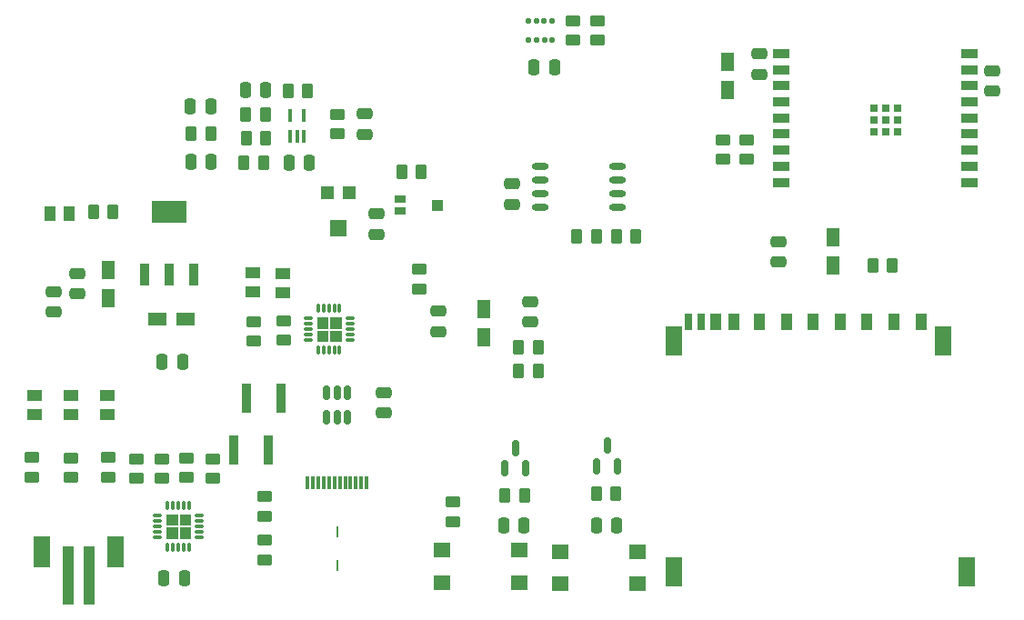
<source format=gtp>
%TF.GenerationSoftware,KiCad,Pcbnew,9.0.4*%
%TF.CreationDate,2025-12-28T12:05:50+05:30*%
%TF.ProjectId,ESP-32 C3 demo project004,4553502d-3332-4204-9333-2064656d6f20,rev?*%
%TF.SameCoordinates,Original*%
%TF.FileFunction,Paste,Top*%
%TF.FilePolarity,Positive*%
%FSLAX45Y45*%
G04 Gerber Fmt 4.5, Leading zero omitted, Abs format (unit mm)*
G04 Created by KiCad (PCBNEW 9.0.4) date 2025-12-28 12:05:50*
%MOMM*%
%LPD*%
G01*
G04 APERTURE LIST*
G04 Aperture macros list*
%AMRoundRect*
0 Rectangle with rounded corners*
0 $1 Rounding radius*
0 $2 $3 $4 $5 $6 $7 $8 $9 X,Y pos of 4 corners*
0 Add a 4 corners polygon primitive as box body*
4,1,4,$2,$3,$4,$5,$6,$7,$8,$9,$2,$3,0*
0 Add four circle primitives for the rounded corners*
1,1,$1+$1,$2,$3*
1,1,$1+$1,$4,$5*
1,1,$1+$1,$6,$7*
1,1,$1+$1,$8,$9*
0 Add four rect primitives between the rounded corners*
20,1,$1+$1,$2,$3,$4,$5,0*
20,1,$1+$1,$4,$5,$6,$7,0*
20,1,$1+$1,$6,$7,$8,$9,0*
20,1,$1+$1,$8,$9,$2,$3,0*%
G04 Aperture macros list end*
%ADD10C,0.010000*%
%ADD11RoundRect,0.250000X-0.450000X0.262500X-0.450000X-0.262500X0.450000X-0.262500X0.450000X0.262500X0*%
%ADD12RoundRect,0.250000X-0.262500X-0.450000X0.262500X-0.450000X0.262500X0.450000X-0.262500X0.450000X0*%
%ADD13R,1.230000X1.800000*%
%ADD14RoundRect,0.250000X0.450000X-0.262500X0.450000X0.262500X-0.450000X0.262500X-0.450000X-0.262500X0*%
%ADD15RoundRect,0.250000X0.262500X0.450000X-0.262500X0.450000X-0.262500X-0.450000X0.262500X-0.450000X0*%
%ADD16RoundRect,0.150000X0.150000X-0.587500X0.150000X0.587500X-0.150000X0.587500X-0.150000X-0.587500X0*%
%ADD17O,1.600000X0.600000*%
%ADD18RoundRect,0.250000X-0.475000X0.250000X-0.475000X-0.250000X0.475000X-0.250000X0.475000X0.250000X0*%
%ADD19R,1.400000X1.000000*%
%ADD20RoundRect,0.250000X0.475000X-0.250000X0.475000X0.250000X-0.475000X0.250000X-0.475000X-0.250000X0*%
%ADD21RoundRect,0.100000X0.100000X-0.495000X0.100000X0.495000X-0.100000X0.495000X-0.100000X-0.495000X0*%
%ADD22RoundRect,0.250000X-0.250000X-0.475000X0.250000X-0.475000X0.250000X0.475000X-0.250000X0.475000X0*%
%ADD23R,1.000000X1.400000*%
%ADD24RoundRect,0.065000X0.065000X-0.355000X0.065000X0.355000X-0.065000X0.355000X-0.065000X-0.355000X0*%
%ADD25RoundRect,0.065000X0.355000X-0.065000X0.355000X0.065000X-0.355000X0.065000X-0.355000X-0.065000X0*%
%ADD26RoundRect,0.150000X-0.150000X0.512500X-0.150000X-0.512500X0.150000X-0.512500X0.150000X0.512500X0*%
%ADD27RoundRect,0.250000X0.250000X0.475000X-0.250000X0.475000X-0.250000X-0.475000X0.250000X-0.475000X0*%
%ADD28R,1.000000X5.500000*%
%ADD29R,1.600000X3.000000*%
%ADD30R,1.600000X1.400000*%
%ADD31R,1.800000X1.230000*%
%ADD32R,1.100000X0.800000*%
%ADD33R,1.100000X1.000000*%
%ADD34RoundRect,0.065000X0.355000X0.065000X-0.355000X0.065000X-0.355000X-0.065000X0.355000X-0.065000X0*%
%ADD35RoundRect,0.065000X0.065000X0.355000X-0.065000X0.355000X-0.065000X-0.355000X0.065000X-0.355000X0*%
%ADD36R,0.910000X2.810000*%
%ADD37RoundRect,0.056250X0.168750X-0.188750X0.168750X0.188750X-0.168750X0.188750X-0.168750X-0.188750X0*%
%ADD38R,1.200000X1.200000*%
%ADD39R,1.600000X1.500000*%
%ADD40R,0.950000X2.150000*%
%ADD41R,3.250000X2.150000*%
%ADD42R,0.300000X1.200000*%
%ADD43R,0.200000X1.000000*%
%ADD44R,1.500000X0.900000*%
%ADD45R,0.700000X0.700000*%
%ADD46R,1.000000X1.500000*%
%ADD47R,0.700000X1.500000*%
%ADD48R,1.500000X2.800000*%
G04 APERTURE END LIST*
D10*
%TO.C,U4*%
X17081200Y-7443800D02*
X16985200Y-7443800D01*
X16985200Y-7347800D01*
X17081200Y-7347800D01*
X17081200Y-7443800D01*
G36*
X17081200Y-7443800D02*
G01*
X16985200Y-7443800D01*
X16985200Y-7347800D01*
X17081200Y-7347800D01*
X17081200Y-7443800D01*
G37*
X17081200Y-7565800D02*
X16985200Y-7565800D01*
X16985200Y-7469800D01*
X17081200Y-7469800D01*
X17081200Y-7565800D01*
G36*
X17081200Y-7565800D02*
G01*
X16985200Y-7565800D01*
X16985200Y-7469800D01*
X17081200Y-7469800D01*
X17081200Y-7565800D01*
G37*
X17203200Y-7443800D02*
X17107200Y-7443800D01*
X17107200Y-7347800D01*
X17203200Y-7347800D01*
X17203200Y-7443800D01*
G36*
X17203200Y-7443800D02*
G01*
X17107200Y-7443800D01*
X17107200Y-7347800D01*
X17203200Y-7347800D01*
X17203200Y-7443800D01*
G37*
X17203200Y-7565800D02*
X17107200Y-7565800D01*
X17107200Y-7469800D01*
X17203200Y-7469800D01*
X17203200Y-7565800D01*
G36*
X17203200Y-7565800D02*
G01*
X17107200Y-7565800D01*
X17107200Y-7469800D01*
X17203200Y-7469800D01*
X17203200Y-7565800D01*
G37*
%TO.C,U1*%
X15681000Y-9279000D02*
X15585000Y-9279000D01*
X15585000Y-9183000D01*
X15681000Y-9183000D01*
X15681000Y-9279000D01*
G36*
X15681000Y-9279000D02*
G01*
X15585000Y-9279000D01*
X15585000Y-9183000D01*
X15681000Y-9183000D01*
X15681000Y-9279000D01*
G37*
X15681000Y-9401000D02*
X15585000Y-9401000D01*
X15585000Y-9305000D01*
X15681000Y-9305000D01*
X15681000Y-9401000D01*
G36*
X15681000Y-9401000D02*
G01*
X15585000Y-9401000D01*
X15585000Y-9305000D01*
X15681000Y-9305000D01*
X15681000Y-9401000D01*
G37*
X15803000Y-9279000D02*
X15707000Y-9279000D01*
X15707000Y-9183000D01*
X15803000Y-9183000D01*
X15803000Y-9279000D01*
G36*
X15803000Y-9279000D02*
G01*
X15707000Y-9279000D01*
X15707000Y-9183000D01*
X15803000Y-9183000D01*
X15803000Y-9279000D01*
G37*
X15803000Y-9401000D02*
X15707000Y-9401000D01*
X15707000Y-9305000D01*
X15803000Y-9305000D01*
X15803000Y-9401000D01*
G36*
X15803000Y-9401000D02*
G01*
X15707000Y-9401000D01*
X15707000Y-9305000D01*
X15803000Y-9305000D01*
X15803000Y-9401000D01*
G37*
%TD*%
D11*
%TO.C,R3*%
X16497300Y-9421050D03*
X16497300Y-9603550D03*
%TD*%
D12*
%TO.C,R34*%
X19584150Y-8986700D03*
X19766650Y-8986700D03*
%TD*%
D13*
%TO.C,C4*%
X15040000Y-6910000D03*
X15040000Y-7172000D03*
%TD*%
D14*
%TO.C,R24*%
X19367500Y-4764850D03*
X19367500Y-4582350D03*
%TD*%
D15*
%TO.C,R16*%
X19954050Y-6591300D03*
X19771550Y-6591300D03*
%TD*%
D16*
%TO.C,Q2*%
X18734400Y-8751450D03*
X18924400Y-8751450D03*
X18829400Y-8563950D03*
%TD*%
D15*
%TO.C,R29*%
X16508250Y-5681000D03*
X16325750Y-5681000D03*
%TD*%
D17*
%TO.C,U6*%
X19058300Y-5943600D03*
X19058300Y-6070600D03*
X19058300Y-6197600D03*
X19058300Y-6324600D03*
X19778300Y-6324600D03*
X19778300Y-6197600D03*
X19778300Y-6070600D03*
X19778300Y-5943600D03*
%TD*%
D14*
%TO.C,R14*%
X16677000Y-7559350D03*
X16677000Y-7376850D03*
%TD*%
D18*
%TO.C,C23*%
X14528800Y-7105900D03*
X14528800Y-7295900D03*
%TD*%
%TO.C,C24*%
X17538700Y-6382000D03*
X17538700Y-6572000D03*
%TD*%
D19*
%TO.C,LED2*%
X14692000Y-8252000D03*
X14692000Y-8072000D03*
%TD*%
D12*
%TO.C,R12*%
X18860750Y-7846500D03*
X19043250Y-7846500D03*
%TD*%
D19*
%TO.C,LED1*%
X14357000Y-8252000D03*
X14357000Y-8072000D03*
%TD*%
D12*
%TO.C,R23*%
X17771750Y-5993000D03*
X17954250Y-5993000D03*
%TD*%
D13*
%TO.C,C7*%
X20806000Y-4969050D03*
X20806000Y-5231050D03*
%TD*%
%TO.C,C12*%
X21790000Y-6865050D03*
X21790000Y-6603050D03*
%TD*%
D20*
%TO.C,C13*%
X21283000Y-6832050D03*
X21283000Y-6642050D03*
%TD*%
D19*
%TO.C,LED6*%
X16383000Y-7113100D03*
X16383000Y-6933100D03*
%TD*%
D20*
%TO.C,C20*%
X17427000Y-5643000D03*
X17427000Y-5453000D03*
%TD*%
D21*
%TO.C,U7*%
X16734000Y-5658000D03*
X16799000Y-5658000D03*
X16864000Y-5658000D03*
X16864000Y-5466000D03*
X16734000Y-5466000D03*
%TD*%
D19*
%TO.C,LED3*%
X15027000Y-8252000D03*
X15027000Y-8072000D03*
%TD*%
D14*
%TO.C,R2*%
X16010000Y-8846250D03*
X16010000Y-8663750D03*
%TD*%
D22*
%TO.C,C6*%
X15559000Y-9772000D03*
X15749000Y-9772000D03*
%TD*%
D15*
%TO.C,R10*%
X15084250Y-6360000D03*
X14901750Y-6360000D03*
%TD*%
D23*
%TO.C,LED4*%
X14676000Y-6380000D03*
X14496000Y-6380000D03*
%TD*%
D24*
%TO.C,U4*%
X16994200Y-7650300D03*
X17044200Y-7650300D03*
X17094200Y-7650300D03*
X17144200Y-7650300D03*
X17194200Y-7650300D03*
D25*
X17287700Y-7556800D03*
X17287700Y-7506800D03*
X17287700Y-7456800D03*
X17287700Y-7406800D03*
X17287700Y-7356800D03*
D24*
X17194200Y-7263300D03*
X17144200Y-7263300D03*
X17094200Y-7263300D03*
X17044200Y-7263300D03*
X16994200Y-7263300D03*
D25*
X16900700Y-7356800D03*
X16900700Y-7406800D03*
X16900700Y-7456800D03*
X16900700Y-7506800D03*
X16900700Y-7556800D03*
%TD*%
D11*
%TO.C,R4*%
X16497300Y-9014650D03*
X16497300Y-9197150D03*
%TD*%
%TO.C,R32*%
X18249900Y-9065450D03*
X18249900Y-9247950D03*
%TD*%
D26*
%TO.C,U5*%
X17265400Y-8052350D03*
X17170400Y-8052350D03*
X17075400Y-8052350D03*
X17075400Y-8279850D03*
X17170400Y-8279850D03*
X17265400Y-8279850D03*
%TD*%
D11*
%TO.C,R15*%
X20979550Y-5691400D03*
X20979550Y-5873900D03*
%TD*%
D20*
%TO.C,C11*%
X18965000Y-7389500D03*
X18965000Y-7199500D03*
%TD*%
D27*
%TO.C,C2*%
X15732000Y-7764000D03*
X15542000Y-7764000D03*
%TD*%
D12*
%TO.C,R13*%
X18860750Y-7628500D03*
X19043250Y-7628500D03*
%TD*%
D19*
%TO.C,LED5*%
X16668000Y-7117100D03*
X16668000Y-6937100D03*
%TD*%
D12*
%TO.C,R27*%
X16301750Y-5906000D03*
X16484250Y-5906000D03*
%TD*%
D28*
%TO.C,J2*%
X14664000Y-9753000D03*
X14864000Y-9753000D03*
D29*
X14424000Y-9528000D03*
X15104000Y-9528000D03*
%TD*%
D14*
%TO.C,R31*%
X17173000Y-5639250D03*
X17173000Y-5456750D03*
%TD*%
D12*
%TO.C,R28*%
X15810750Y-5639000D03*
X15993250Y-5639000D03*
%TD*%
D30*
%TO.C,S1*%
X19244400Y-9829800D03*
X19964400Y-9829800D03*
X19244400Y-9529800D03*
X19964400Y-9529800D03*
%TD*%
D14*
%TO.C,R20*%
X20759550Y-5873900D03*
X20759550Y-5691400D03*
%TD*%
D15*
%TO.C,R19*%
X22340250Y-6860050D03*
X22157750Y-6860050D03*
%TD*%
D31*
%TO.C,C3*%
X15761000Y-7364000D03*
X15499000Y-7364000D03*
%TD*%
D30*
%TO.C,S2*%
X18863900Y-9514700D03*
X18143900Y-9514700D03*
X18863900Y-9814700D03*
X18143900Y-9814700D03*
%TD*%
D14*
%TO.C,R8*%
X14689000Y-8839250D03*
X14689000Y-8656750D03*
%TD*%
%TO.C,R9*%
X14329000Y-8832250D03*
X14329000Y-8649750D03*
%TD*%
D32*
%TO.C,Q1*%
X17754500Y-6246000D03*
X17754500Y-6356000D03*
D33*
X18105500Y-6301000D03*
%TD*%
D12*
%TO.C,R30*%
X16321750Y-5456000D03*
X16504250Y-5456000D03*
%TD*%
D18*
%TO.C,C5*%
X14748000Y-6937000D03*
X14748000Y-7127000D03*
%TD*%
D22*
%TO.C,C16*%
X15805000Y-5386000D03*
X15995000Y-5386000D03*
%TD*%
D15*
%TO.C,R33*%
X18915650Y-9004700D03*
X18733150Y-9004700D03*
%TD*%
D27*
%TO.C,C19*%
X16508000Y-5228000D03*
X16318000Y-5228000D03*
%TD*%
D18*
%TO.C,C8*%
X21098000Y-4894050D03*
X21098000Y-5084050D03*
%TD*%
D14*
%TO.C,R25*%
X19596100Y-4764850D03*
X19596100Y-4582350D03*
%TD*%
D12*
%TO.C,R26*%
X16714750Y-5241000D03*
X16897250Y-5241000D03*
%TD*%
D34*
%TO.C,U1*%
X15887500Y-9392000D03*
X15887500Y-9342000D03*
X15887500Y-9292000D03*
X15887500Y-9242000D03*
X15887500Y-9192000D03*
D35*
X15794000Y-9098500D03*
X15744000Y-9098500D03*
X15694000Y-9098500D03*
X15644000Y-9098500D03*
X15594000Y-9098500D03*
D34*
X15500500Y-9192000D03*
X15500500Y-9242000D03*
X15500500Y-9292000D03*
X15500500Y-9342000D03*
X15500500Y-9392000D03*
D35*
X15594000Y-9485500D03*
X15644000Y-9485500D03*
X15694000Y-9485500D03*
X15744000Y-9485500D03*
X15794000Y-9485500D03*
%TD*%
D14*
%TO.C,R18*%
X16392000Y-7568350D03*
X16392000Y-7385850D03*
%TD*%
D13*
%TO.C,C9*%
X18534000Y-7270500D03*
X18534000Y-7532500D03*
%TD*%
D11*
%TO.C,R11*%
X17936000Y-6899250D03*
X17936000Y-7081750D03*
%TD*%
D14*
%TO.C,R5*%
X15303000Y-8846250D03*
X15303000Y-8663750D03*
%TD*%
D18*
%TO.C,C10*%
X18111000Y-7288500D03*
X18111000Y-7478500D03*
%TD*%
D36*
%TO.C,F1*%
X16649700Y-8102600D03*
X16325700Y-8102600D03*
%TD*%
D14*
%TO.C,R1*%
X15764000Y-8839250D03*
X15764000Y-8656750D03*
%TD*%
D37*
%TO.C,U2*%
X18951700Y-4583600D03*
X19025700Y-4585600D03*
X19098700Y-4585600D03*
X19172700Y-4584600D03*
X19172700Y-4761600D03*
X19100700Y-4762600D03*
X19026700Y-4761600D03*
X18952700Y-4761600D03*
%TD*%
D27*
%TO.C,C22*%
X18912400Y-9283700D03*
X18722400Y-9283700D03*
%TD*%
D38*
%TO.C,R17*%
X17283100Y-6190000D03*
D39*
X17183100Y-6515000D03*
D38*
X17083100Y-6190000D03*
%TD*%
D18*
%TO.C,C14*%
X18799900Y-6102900D03*
X18799900Y-6292900D03*
%TD*%
D22*
%TO.C,C15*%
X19005800Y-5016500D03*
X19195800Y-5016500D03*
%TD*%
D40*
%TO.C,VR1*%
X15377000Y-6944000D03*
X15607000Y-6944000D03*
X15837000Y-6944000D03*
D41*
X15607000Y-6364000D03*
%TD*%
D27*
%TO.C,C17*%
X15998000Y-5900000D03*
X15808000Y-5900000D03*
%TD*%
D42*
%TO.C,J1*%
X16895400Y-8888200D03*
X16945400Y-8888200D03*
X16995400Y-8888200D03*
X17045400Y-8888200D03*
X17095400Y-8888200D03*
X17145400Y-8888200D03*
X17195400Y-8888200D03*
X17245400Y-8888200D03*
X17295400Y-8888200D03*
X17345400Y-8888200D03*
X17395400Y-8888200D03*
X17445400Y-8888200D03*
D43*
X17170400Y-9346200D03*
X17170400Y-9656200D03*
%TD*%
D44*
%TO.C,U3*%
X21305000Y-4889050D03*
X21305000Y-5039050D03*
X21305000Y-5189050D03*
X21305000Y-5339050D03*
X21305000Y-5489050D03*
X21305000Y-5639050D03*
X21305000Y-5789050D03*
X21305000Y-5939050D03*
X21305000Y-6089050D03*
X23055000Y-6089050D03*
X23055000Y-5939050D03*
X23055000Y-5789050D03*
X23055000Y-5639050D03*
X23055000Y-5489050D03*
X23055000Y-5339050D03*
X23055000Y-5189050D03*
X23055000Y-5039050D03*
X23055000Y-4889050D03*
D45*
X22166000Y-5399050D03*
X22276000Y-5399050D03*
X22386000Y-5399050D03*
X22166000Y-5509050D03*
X22276000Y-5509050D03*
X22386000Y-5509050D03*
X22166000Y-5619050D03*
X22276000Y-5619050D03*
X22386000Y-5619050D03*
%TD*%
D14*
%TO.C,R6*%
X15537000Y-8846250D03*
X15537000Y-8663750D03*
%TD*%
D46*
%TO.C,J3*%
X22354500Y-7389000D03*
X22104500Y-7389000D03*
X21854500Y-7389000D03*
X21604500Y-7389000D03*
X21354500Y-7389000D03*
X21104500Y-7389000D03*
X20862000Y-7389000D03*
X20692000Y-7389000D03*
X22604500Y-7389000D03*
D47*
X20562000Y-7389000D03*
D48*
X20302000Y-7569000D03*
X22812000Y-7569000D03*
X23032000Y-9719000D03*
X20302000Y-9719000D03*
D47*
X20442000Y-7389000D03*
%TD*%
D20*
%TO.C,C1*%
X17602200Y-8235700D03*
X17602200Y-8045700D03*
%TD*%
D27*
%TO.C,C21*%
X19773400Y-9283700D03*
X19583400Y-9283700D03*
%TD*%
D36*
%TO.C,F2*%
X16208300Y-8585200D03*
X16532300Y-8585200D03*
%TD*%
D14*
%TO.C,R7*%
X15036000Y-8832250D03*
X15036000Y-8649750D03*
%TD*%
D18*
%TO.C,C25*%
X23266400Y-5048500D03*
X23266400Y-5238500D03*
%TD*%
D22*
%TO.C,C18*%
X16724000Y-5909000D03*
X16914000Y-5909000D03*
%TD*%
D16*
%TO.C,Q3*%
X19589400Y-8730450D03*
X19779400Y-8730450D03*
X19684400Y-8542950D03*
%TD*%
D15*
%TO.C,R22*%
X19585750Y-6591300D03*
X19403250Y-6591300D03*
%TD*%
M02*

</source>
